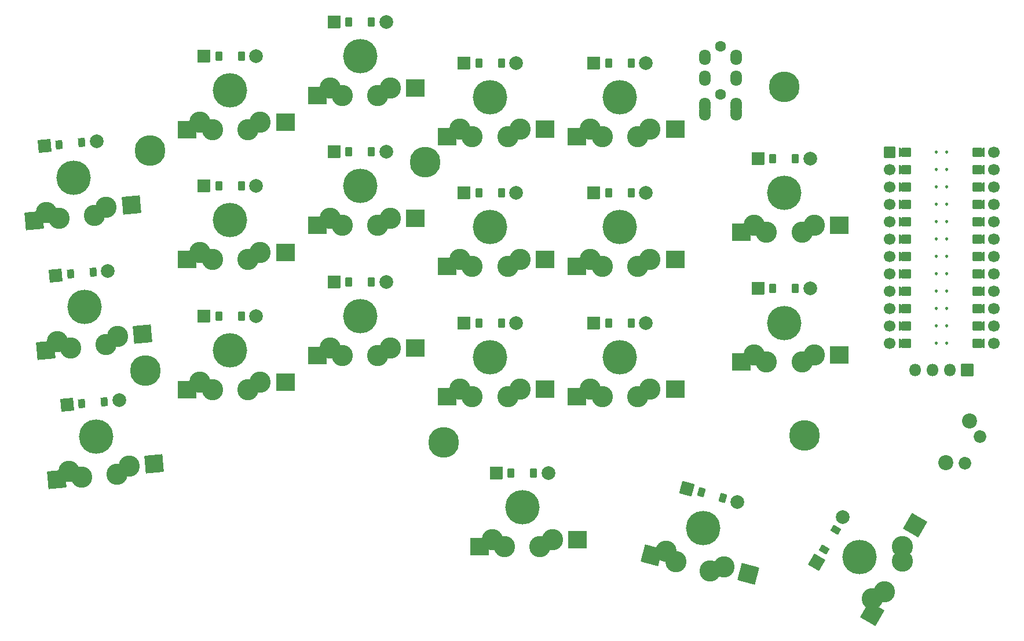
<source format=gbr>
%TF.GenerationSoftware,KiCad,Pcbnew,8.0.0*%
%TF.CreationDate,2024-03-23T03:27:30+01:00*%
%TF.ProjectId,cornish-v1.2,636f726e-6973-4682-9d76-312e322e6b69,v1.0.0*%
%TF.SameCoordinates,Original*%
%TF.FileFunction,Soldermask,Top*%
%TF.FilePolarity,Negative*%
%FSLAX46Y46*%
G04 Gerber Fmt 4.6, Leading zero omitted, Abs format (unit mm)*
G04 Created by KiCad (PCBNEW 8.0.0) date 2024-03-23 03:27:30*
%MOMM*%
%LPD*%
G01*
G04 APERTURE LIST*
G04 Aperture macros list*
%AMRoundRect*
0 Rectangle with rounded corners*
0 $1 Rounding radius*
0 $2 $3 $4 $5 $6 $7 $8 $9 X,Y pos of 4 corners*
0 Add a 4 corners polygon primitive as box body*
4,1,4,$2,$3,$4,$5,$6,$7,$8,$9,$2,$3,0*
0 Add four circle primitives for the rounded corners*
1,1,$1+$1,$2,$3*
1,1,$1+$1,$4,$5*
1,1,$1+$1,$6,$7*
1,1,$1+$1,$8,$9*
0 Add four rect primitives between the rounded corners*
20,1,$1+$1,$2,$3,$4,$5,0*
20,1,$1+$1,$4,$5,$6,$7,0*
20,1,$1+$1,$6,$7,$8,$9,0*
20,1,$1+$1,$8,$9,$2,$3,0*%
%AMFreePoly0*
4,1,14,0.635355,0.435355,0.650000,0.400000,0.650000,0.200000,0.635355,0.164645,0.035355,-0.435355,0.000000,-0.450000,-0.035355,-0.435355,-0.635355,0.164645,-0.650000,0.200000,-0.650000,0.400000,-0.635355,0.435355,-0.600000,0.450000,0.600000,0.450000,0.635355,0.435355,0.635355,0.435355,$1*%
%AMFreePoly1*
4,1,16,0.635355,1.035355,0.650000,1.000000,0.650000,-0.250000,0.635355,-0.285355,0.600000,-0.300000,-0.600000,-0.300000,-0.635355,-0.285355,-0.650000,-0.250000,-0.650000,1.000000,-0.635355,1.035355,-0.600000,1.050000,-0.564645,1.035355,0.000000,0.470710,0.564645,1.035355,0.600000,1.050000,0.635355,1.035355,0.635355,1.035355,$1*%
G04 Aperture macros list end*
%ADD10C,0.250000*%
%ADD11C,0.100000*%
%ADD12RoundRect,0.050000X-0.889000X-0.889000X0.889000X-0.889000X0.889000X0.889000X-0.889000X0.889000X0*%
%ADD13RoundRect,0.050000X-0.450000X-0.600000X0.450000X-0.600000X0.450000X0.600000X-0.450000X0.600000X0*%
%ADD14C,2.005000*%
%ADD15C,3.100000*%
%ADD16C,5.037800*%
%ADD17RoundRect,0.050000X-1.275000X-1.250000X1.275000X-1.250000X1.275000X1.250000X-1.275000X1.250000X0*%
%ADD18RoundRect,0.050000X-1.088798X-0.628618X0.628618X-1.088798X1.088798X0.628618X-0.628618X1.088798X0*%
%ADD19RoundRect,0.050000X-0.589958X-0.463087X0.279375X-0.696024X0.589958X0.463087X-0.279375X0.696024X0*%
%ADD20C,1.600000*%
%ADD21O,1.700000X2.300000*%
%ADD22RoundRect,0.050000X-1.161204X-1.356367X1.379093X-1.134120X1.161204X1.356367X-1.379093X1.134120X0*%
%ADD23RoundRect,0.050000X-1.555079X-0.877413X0.908032X-1.537402X1.555079X0.877413X-0.908032X1.537402X0*%
%ADD24C,1.700000*%
%ADD25FreePoly0,270.000000*%
%ADD26FreePoly0,90.000000*%
%ADD27RoundRect,0.050000X-0.800000X0.800000X-0.800000X-0.800000X0.800000X-0.800000X0.800000X0.800000X0*%
%ADD28FreePoly1,270.000000*%
%ADD29FreePoly1,90.000000*%
%ADD30RoundRect,0.050000X-0.808136X-0.963099X0.963099X-0.808136X0.808136X0.963099X-0.963099X0.808136X0*%
%ADD31RoundRect,0.050000X-0.395994X-0.636937X0.500581X-0.558497X0.395994X0.636937X-0.500581X0.558497X0*%
%ADD32C,0.800000*%
%ADD33C,4.500000*%
%ADD34RoundRect,0.050000X0.325397X-1.214397X1.214397X0.325397X-0.325397X1.214397X-1.214397X-0.325397X0*%
%ADD35RoundRect,0.050000X0.294615X-0.689711X0.744615X0.089711X-0.294615X0.689711X-0.744615X-0.089711X0*%
%ADD36C,2.200000*%
%ADD37C,1.850000*%
%ADD38RoundRect,0.050000X0.445032X-1.729182X1.720032X0.479182X-0.445032X1.729182X-1.720032X-0.479182X0*%
%ADD39RoundRect,0.050000X-0.850000X-0.850000X0.850000X-0.850000X0.850000X0.850000X-0.850000X0.850000X0*%
%ADD40O,1.800000X1.800000*%
G04 APERTURE END LIST*
D10*
%TO.C,_41*%
X267979125Y-121901688D02*
G75*
G02*
X267729125Y-121901688I-125000J0D01*
G01*
X267729125Y-121901688D02*
G75*
G02*
X267979125Y-121901688I125000J0D01*
G01*
X267979127Y-114281688D02*
G75*
G02*
X267729125Y-114281688I-125001J0D01*
G01*
X267729125Y-114281688D02*
G75*
G02*
X267979127Y-114281688I125001J0D01*
G01*
X267979126Y-116821688D02*
G75*
G02*
X267729126Y-116821688I-125000J0D01*
G01*
X267729126Y-116821688D02*
G75*
G02*
X267979126Y-116821688I125000J0D01*
G01*
X267979126Y-119361688D02*
G75*
G02*
X267729126Y-119361688I-125000J0D01*
G01*
X267729126Y-119361688D02*
G75*
G02*
X267979126Y-119361688I125000J0D01*
G01*
X267979126Y-124441688D02*
G75*
G02*
X267729126Y-124441688I-125000J0D01*
G01*
X267729126Y-124441688D02*
G75*
G02*
X267979126Y-124441688I125000J0D01*
G01*
X267979126Y-126981688D02*
G75*
G02*
X267729126Y-126981688I-125000J0D01*
G01*
X267729126Y-126981688D02*
G75*
G02*
X267979126Y-126981688I125000J0D01*
G01*
X267979126Y-129521688D02*
G75*
G02*
X267729126Y-129521688I-125000J0D01*
G01*
X267729126Y-129521688D02*
G75*
G02*
X267979126Y-129521688I125000J0D01*
G01*
X267979126Y-132061688D02*
G75*
G02*
X267729126Y-132061688I-125000J0D01*
G01*
X267729126Y-132061688D02*
G75*
G02*
X267979126Y-132061688I125000J0D01*
G01*
X267979127Y-134601687D02*
G75*
G02*
X267729125Y-134601687I-125001J0D01*
G01*
X267729125Y-134601687D02*
G75*
G02*
X267979127Y-134601687I125001J0D01*
G01*
X267979126Y-137141688D02*
G75*
G02*
X267729126Y-137141688I-125000J0D01*
G01*
X267729126Y-137141688D02*
G75*
G02*
X267979126Y-137141688I125000J0D01*
G01*
X267979126Y-139681688D02*
G75*
G02*
X267729126Y-139681688I-125000J0D01*
G01*
X267729126Y-139681688D02*
G75*
G02*
X267979126Y-139681688I125000J0D01*
G01*
X267979126Y-142221688D02*
G75*
G02*
X267729126Y-142221688I-125000J0D01*
G01*
X267729126Y-142221688D02*
G75*
G02*
X267979126Y-142221688I125000J0D01*
G01*
X269503126Y-114281688D02*
G75*
G02*
X269253126Y-114281688I-125000J0D01*
G01*
X269253126Y-114281688D02*
G75*
G02*
X269503126Y-114281688I125000J0D01*
G01*
X269503126Y-116821688D02*
G75*
G02*
X269253126Y-116821688I-125000J0D01*
G01*
X269253126Y-116821688D02*
G75*
G02*
X269503126Y-116821688I125000J0D01*
G01*
X269503126Y-119361688D02*
G75*
G02*
X269253126Y-119361688I-125000J0D01*
G01*
X269253126Y-119361688D02*
G75*
G02*
X269503126Y-119361688I125000J0D01*
G01*
X269503125Y-121901689D02*
G75*
G02*
X269253127Y-121901689I-124999J0D01*
G01*
X269253127Y-121901689D02*
G75*
G02*
X269503125Y-121901689I124999J0D01*
G01*
X269503126Y-124441688D02*
G75*
G02*
X269253126Y-124441688I-125000J0D01*
G01*
X269253126Y-124441688D02*
G75*
G02*
X269503126Y-124441688I125000J0D01*
G01*
X269503126Y-126981688D02*
G75*
G02*
X269253126Y-126981688I-125000J0D01*
G01*
X269253126Y-126981688D02*
G75*
G02*
X269503126Y-126981688I125000J0D01*
G01*
X269503126Y-129521688D02*
G75*
G02*
X269253126Y-129521688I-125000J0D01*
G01*
X269253126Y-129521688D02*
G75*
G02*
X269503126Y-129521688I125000J0D01*
G01*
X269503126Y-132061688D02*
G75*
G02*
X269253126Y-132061688I-125000J0D01*
G01*
X269253126Y-132061688D02*
G75*
G02*
X269503126Y-132061688I125000J0D01*
G01*
X269503126Y-137141688D02*
G75*
G02*
X269253126Y-137141688I-125000J0D01*
G01*
X269253126Y-137141688D02*
G75*
G02*
X269503126Y-137141688I125000J0D01*
G01*
X269503126Y-139681688D02*
G75*
G02*
X269253126Y-139681688I-125000J0D01*
G01*
X269253126Y-139681688D02*
G75*
G02*
X269503126Y-139681688I125000J0D01*
G01*
X269503126Y-142221688D02*
G75*
G02*
X269253126Y-142221688I-125000J0D01*
G01*
X269253126Y-142221688D02*
G75*
G02*
X269503126Y-142221688I125000J0D01*
G01*
X269503127Y-134601688D02*
G75*
G02*
X269253127Y-134601688I-125000J0D01*
G01*
X269253127Y-134601688D02*
G75*
G02*
X269503127Y-134601688I125000J0D01*
G01*
D11*
X263536126Y-122409688D02*
X262520126Y-122409688D01*
X262520126Y-121393688D01*
X263536125Y-121393688D01*
X263536126Y-122409688D01*
G36*
X263536126Y-122409688D02*
G01*
X262520126Y-122409688D01*
X262520126Y-121393688D01*
X263536125Y-121393688D01*
X263536126Y-122409688D01*
G37*
X263536126Y-114789688D02*
X262520126Y-114789688D01*
X262520126Y-113773688D01*
X263536126Y-113773688D01*
X263536126Y-114789688D01*
G36*
X263536126Y-114789688D02*
G01*
X262520126Y-114789688D01*
X262520126Y-113773688D01*
X263536126Y-113773688D01*
X263536126Y-114789688D01*
G37*
X263536126Y-117329688D02*
X262520125Y-117329688D01*
X262520127Y-116313688D01*
X263536126Y-116313688D01*
X263536126Y-117329688D01*
G36*
X263536126Y-117329688D02*
G01*
X262520125Y-117329688D01*
X262520127Y-116313688D01*
X263536126Y-116313688D01*
X263536126Y-117329688D01*
G37*
X263536126Y-119869688D02*
X262520126Y-119869688D01*
X262520126Y-118853688D01*
X263536126Y-118853688D01*
X263536126Y-119869688D01*
G36*
X263536126Y-119869688D02*
G01*
X262520126Y-119869688D01*
X262520126Y-118853688D01*
X263536126Y-118853688D01*
X263536126Y-119869688D01*
G37*
X263536126Y-124949688D02*
X262520126Y-124949688D01*
X262520126Y-123933688D01*
X263536126Y-123933688D01*
X263536126Y-124949688D01*
G36*
X263536126Y-124949688D02*
G01*
X262520126Y-124949688D01*
X262520126Y-123933688D01*
X263536126Y-123933688D01*
X263536126Y-124949688D01*
G37*
X263536127Y-127489688D02*
X262520126Y-127489688D01*
X262520126Y-126473688D01*
X263536126Y-126473688D01*
X263536127Y-127489688D01*
G36*
X263536127Y-127489688D02*
G01*
X262520126Y-127489688D01*
X262520126Y-126473688D01*
X263536126Y-126473688D01*
X263536127Y-127489688D01*
G37*
X263536126Y-130029688D02*
X262520125Y-130029688D01*
X262520127Y-129013688D01*
X263536126Y-129013688D01*
X263536126Y-130029688D01*
G36*
X263536126Y-130029688D02*
G01*
X262520125Y-130029688D01*
X262520127Y-129013688D01*
X263536126Y-129013688D01*
X263536126Y-130029688D01*
G37*
X263536126Y-132569688D02*
X262520126Y-132569688D01*
X262520126Y-131553688D01*
X263536126Y-131553688D01*
X263536126Y-132569688D01*
G36*
X263536126Y-132569688D02*
G01*
X262520126Y-132569688D01*
X262520126Y-131553688D01*
X263536126Y-131553688D01*
X263536126Y-132569688D01*
G37*
X263536126Y-135109688D02*
X262520126Y-135109688D01*
X262520126Y-134093688D01*
X263536126Y-134093688D01*
X263536126Y-135109688D01*
G36*
X263536126Y-135109688D02*
G01*
X262520126Y-135109688D01*
X262520126Y-134093688D01*
X263536126Y-134093688D01*
X263536126Y-135109688D01*
G37*
X263536126Y-137649688D02*
X262520126Y-137649688D01*
X262520126Y-136633688D01*
X263536126Y-136633688D01*
X263536126Y-137649688D01*
G36*
X263536126Y-137649688D02*
G01*
X262520126Y-137649688D01*
X262520126Y-136633688D01*
X263536126Y-136633688D01*
X263536126Y-137649688D01*
G37*
X263536127Y-140189688D02*
X262520126Y-140189688D01*
X262520126Y-139173688D01*
X263536126Y-139173688D01*
X263536127Y-140189688D01*
G36*
X263536127Y-140189688D02*
G01*
X262520126Y-140189688D01*
X262520126Y-139173688D01*
X263536126Y-139173688D01*
X263536127Y-140189688D01*
G37*
X263536126Y-142729688D02*
X262520126Y-142729688D01*
X262520126Y-141713688D01*
X263536126Y-141713688D01*
X263536126Y-142729688D01*
G36*
X263536126Y-142729688D02*
G01*
X262520126Y-142729688D01*
X262520126Y-141713688D01*
X263536126Y-141713688D01*
X263536126Y-142729688D01*
G37*
X274712126Y-114789688D02*
X273696126Y-114789688D01*
X273696126Y-113773688D01*
X274712126Y-113773688D01*
X274712126Y-114789688D01*
G36*
X274712126Y-114789688D02*
G01*
X273696126Y-114789688D01*
X273696126Y-113773688D01*
X274712126Y-113773688D01*
X274712126Y-114789688D01*
G37*
X274712126Y-117329688D02*
X273696126Y-117329688D01*
X273696125Y-116313688D01*
X274712126Y-116313688D01*
X274712126Y-117329688D01*
G36*
X274712126Y-117329688D02*
G01*
X273696126Y-117329688D01*
X273696125Y-116313688D01*
X274712126Y-116313688D01*
X274712126Y-117329688D01*
G37*
X274712126Y-119869688D02*
X273696126Y-119869688D01*
X273696126Y-118853688D01*
X274712126Y-118853688D01*
X274712126Y-119869688D01*
G36*
X274712126Y-119869688D02*
G01*
X273696126Y-119869688D01*
X273696126Y-118853688D01*
X274712126Y-118853688D01*
X274712126Y-119869688D01*
G37*
X274712126Y-122409688D02*
X273696126Y-122409688D01*
X273696126Y-121393688D01*
X274712126Y-121393688D01*
X274712126Y-122409688D01*
G36*
X274712126Y-122409688D02*
G01*
X273696126Y-122409688D01*
X273696126Y-121393688D01*
X274712126Y-121393688D01*
X274712126Y-122409688D01*
G37*
X274712126Y-124949688D02*
X273696126Y-124949688D01*
X273696126Y-123933688D01*
X274712126Y-123933688D01*
X274712126Y-124949688D01*
G36*
X274712126Y-124949688D02*
G01*
X273696126Y-124949688D01*
X273696126Y-123933688D01*
X274712126Y-123933688D01*
X274712126Y-124949688D01*
G37*
X274712125Y-127489688D02*
X273696126Y-127489688D01*
X273696126Y-126473688D01*
X274712127Y-126473688D01*
X274712125Y-127489688D01*
G36*
X274712125Y-127489688D02*
G01*
X273696126Y-127489688D01*
X273696126Y-126473688D01*
X274712127Y-126473688D01*
X274712125Y-127489688D01*
G37*
X274712126Y-130029688D02*
X273696126Y-130029688D01*
X273696125Y-129013688D01*
X274712126Y-129013688D01*
X274712126Y-130029688D01*
G36*
X274712126Y-130029688D02*
G01*
X273696126Y-130029688D01*
X273696125Y-129013688D01*
X274712126Y-129013688D01*
X274712126Y-130029688D01*
G37*
X274712126Y-132569688D02*
X273696126Y-132569688D01*
X273696126Y-131553688D01*
X274712126Y-131553688D01*
X274712126Y-132569688D01*
G36*
X274712126Y-132569688D02*
G01*
X273696126Y-132569688D01*
X273696126Y-131553688D01*
X274712126Y-131553688D01*
X274712126Y-132569688D01*
G37*
X274712126Y-137649688D02*
X273696126Y-137649688D01*
X273696126Y-136633688D01*
X274712126Y-136633688D01*
X274712126Y-137649688D01*
G36*
X274712126Y-137649688D02*
G01*
X273696126Y-137649688D01*
X273696126Y-136633688D01*
X274712126Y-136633688D01*
X274712126Y-137649688D01*
G37*
X274712125Y-140189688D02*
X273696126Y-140189688D01*
X273696126Y-139173688D01*
X274712127Y-139173688D01*
X274712125Y-140189688D01*
G36*
X274712125Y-140189688D02*
G01*
X273696126Y-140189688D01*
X273696126Y-139173688D01*
X274712127Y-139173688D01*
X274712125Y-140189688D01*
G37*
X274712126Y-142729688D02*
X273696126Y-142729688D01*
X273696126Y-141713688D01*
X274712126Y-141713688D01*
X274712126Y-142729688D01*
G36*
X274712126Y-142729688D02*
G01*
X273696126Y-142729688D01*
X273696126Y-141713688D01*
X274712126Y-141713688D01*
X274712126Y-142729688D01*
G37*
X274712126Y-135109688D02*
X273696127Y-135109688D01*
X273696126Y-134093688D01*
X274712126Y-134093688D01*
X274712126Y-135109688D01*
G36*
X274712126Y-135109688D02*
G01*
X273696127Y-135109688D01*
X273696126Y-134093688D01*
X274712126Y-134093688D01*
X274712126Y-135109688D01*
G37*
%TD*%
D12*
%TO.C,D12*%
X198806126Y-101251688D03*
D13*
X200966126Y-101251688D03*
X204266126Y-101251688D03*
D14*
X206426126Y-101251688D03*
%TD*%
D15*
%TO.C,S5*%
X160216127Y-128951688D03*
X162016127Y-130001688D03*
D16*
X164616127Y-124251688D03*
D15*
X167216127Y-130001688D03*
X169016127Y-128951688D03*
D17*
X172686127Y-128951688D03*
X158346127Y-130001688D03*
%TD*%
D12*
%TO.C,D20*%
X241806127Y-115251688D03*
D13*
X243966127Y-115251688D03*
X247266127Y-115251688D03*
D14*
X249426127Y-115251688D03*
%TD*%
D12*
%TO.C,D13*%
X217806126Y-139251688D03*
D13*
X219966126Y-139251688D03*
X223266126Y-139251688D03*
D14*
X225426126Y-139251688D03*
%TD*%
D15*
%TO.C,S20*%
X241216126Y-124951688D03*
X243016126Y-126001688D03*
D16*
X245616126Y-120251688D03*
D15*
X248216126Y-126001688D03*
X250016126Y-124951688D03*
D17*
X253686126Y-124951688D03*
X239346126Y-126001688D03*
%TD*%
D12*
%TO.C,D9*%
X179806126Y-95251688D03*
D13*
X181966126Y-95251688D03*
X185266126Y-95251688D03*
D14*
X187426126Y-95251688D03*
%TD*%
D12*
%TO.C,D6*%
X160806126Y-100251688D03*
D13*
X162966126Y-100251688D03*
X166266126Y-100251688D03*
D14*
X168426126Y-100251688D03*
%TD*%
D12*
%TO.C,D7*%
X179806126Y-133251688D03*
D13*
X181966126Y-133251688D03*
X185266126Y-133251688D03*
D14*
X187426126Y-133251688D03*
%TD*%
D18*
%TO.C,D17*%
X231398632Y-163472435D03*
D19*
X233485030Y-164031485D03*
X236672588Y-164885589D03*
D14*
X238758986Y-165444639D03*
%TD*%
D20*
%TO.C,TRRS1*%
X236316126Y-98851688D03*
X236316126Y-105851688D03*
D21*
X234016126Y-108551688D03*
X238616126Y-108551688D03*
X234016126Y-107451688D03*
X238616126Y-107451687D03*
X234016126Y-103451688D03*
X238616126Y-103451688D03*
X234016126Y-100451688D03*
X238616126Y-100451688D03*
%TD*%
D12*
%TO.C,D4*%
X160806126Y-138251688D03*
D13*
X162966126Y-138251688D03*
X166266126Y-138251688D03*
D14*
X168426126Y-138251688D03*
%TD*%
D15*
%TO.C,S1*%
X141059049Y-160954016D03*
X142943712Y-161843139D03*
D16*
X145032673Y-155888415D03*
D15*
X148123925Y-161389930D03*
X149825562Y-160187045D03*
D22*
X153481596Y-159867183D03*
X139287677Y-162163001D03*
%TD*%
D12*
%TO.C,D5*%
X160806126Y-119251688D03*
D13*
X162966126Y-119251688D03*
X166266126Y-119251688D03*
D14*
X168426126Y-119251688D03*
%TD*%
D15*
%TO.C,S17*%
X228318191Y-172689213D03*
X229785098Y-174169310D03*
D16*
X233784714Y-169288166D03*
D15*
X234807912Y-175515169D03*
X236818338Y-174966821D03*
D23*
X240363286Y-175916687D03*
X226240150Y-173219444D03*
%TD*%
D12*
%TO.C,D15*%
X217806126Y-101251688D03*
D13*
X219966126Y-101251688D03*
X223266126Y-101251688D03*
D14*
X225426126Y-101251688D03*
%TD*%
D12*
%TO.C,D16*%
X203506126Y-161251688D03*
D13*
X205666126Y-161251688D03*
X208966126Y-161251688D03*
D14*
X211126126Y-161251688D03*
%TD*%
D24*
%TO.C,_41*%
X276236125Y-114281688D03*
D25*
X274458126Y-114281688D03*
D26*
X262774126Y-114281688D03*
D24*
X260996126Y-114281688D03*
D27*
X260996126Y-114281688D03*
D24*
X276236126Y-116821688D03*
D25*
X274458126Y-116821688D03*
D26*
X262774126Y-116821688D03*
D24*
X260996126Y-116821688D03*
X276236126Y-119361688D03*
D25*
X274458126Y-119361688D03*
D26*
X262774126Y-119361688D03*
D24*
X260996126Y-119361688D03*
X260996126Y-121901687D03*
X276236126Y-121901688D03*
D25*
X274458126Y-121901688D03*
D26*
X262774126Y-121901688D03*
D24*
X276236126Y-124441688D03*
D25*
X274458126Y-124441688D03*
D26*
X262774125Y-124441688D03*
D24*
X260996126Y-124441688D03*
X276236126Y-126981688D03*
D25*
X274458126Y-126981688D03*
D26*
X262774126Y-126981688D03*
D24*
X260996126Y-126981688D03*
X276236126Y-129521688D03*
D25*
X274458126Y-129521688D03*
D26*
X262774126Y-129521688D03*
D24*
X260996126Y-129521688D03*
X276236126Y-132061688D03*
D25*
X274458127Y-132061688D03*
D26*
X262774126Y-132061688D03*
D24*
X260996126Y-132061688D03*
D25*
X274458126Y-134601688D03*
D26*
X262774126Y-134601688D03*
D24*
X260996126Y-134601688D03*
X276236126Y-134601689D03*
X276236126Y-137141688D03*
D25*
X274458126Y-137141688D03*
D26*
X262774126Y-137141688D03*
D24*
X260996126Y-137141688D03*
X276236126Y-139681688D03*
D25*
X274458126Y-139681688D03*
D26*
X262774126Y-139681688D03*
D24*
X260996126Y-139681688D03*
X276236126Y-142221688D03*
D25*
X274458126Y-142221688D03*
D26*
X262774126Y-142221688D03*
D24*
X260996127Y-142221688D03*
D28*
X273442126Y-114281688D03*
X273442126Y-116821688D03*
X273442126Y-119361688D03*
X273442126Y-121901688D03*
X273442126Y-124441688D03*
X273442126Y-126981688D03*
X273442126Y-129521688D03*
X273442126Y-132061688D03*
X273442126Y-134601688D03*
X273442126Y-137141688D03*
X273442126Y-139681688D03*
X273442126Y-142221689D03*
D29*
X263790126Y-142221688D03*
X263790126Y-139681688D03*
X263790126Y-137141688D03*
X263790126Y-134601688D03*
X263790126Y-132061688D03*
X263790126Y-129521688D03*
X263790126Y-126981688D03*
X263790126Y-124441688D03*
X263790126Y-121901688D03*
X263790126Y-119361688D03*
X263790126Y-116821688D03*
X263790126Y-114281687D03*
%TD*%
D30*
%TO.C,D1*%
X140801392Y-151239505D03*
D31*
X142953173Y-151051249D03*
X146240615Y-150763635D03*
D14*
X148392396Y-150575379D03*
%TD*%
D12*
%TO.C,D10*%
X198806126Y-139251688D03*
D13*
X200966126Y-139251688D03*
X204266126Y-139251688D03*
D14*
X206426126Y-139251688D03*
%TD*%
D15*
%TO.C,S4*%
X160216127Y-147951688D03*
X162016127Y-149001688D03*
D16*
X164616127Y-143251688D03*
D15*
X167216127Y-149001688D03*
X169016127Y-147951688D03*
D17*
X172686127Y-147951688D03*
X158346127Y-149001688D03*
%TD*%
D15*
%TO.C,S8*%
X179216127Y-123951688D03*
X181016127Y-125001688D03*
D16*
X183616127Y-119251688D03*
D15*
X186216127Y-125001688D03*
X188016127Y-123951688D03*
D17*
X191686127Y-123951688D03*
X177346127Y-125001688D03*
%TD*%
D15*
%TO.C,S12*%
X198216126Y-110951688D03*
X200016126Y-112001688D03*
D16*
X202616126Y-106251688D03*
D15*
X205216126Y-112001688D03*
X207016126Y-110951688D03*
D17*
X210686126Y-110951688D03*
X196346126Y-112001688D03*
%TD*%
D32*
%TO.C,_46*%
X194166126Y-156751688D03*
X194649400Y-155584962D03*
X194649400Y-157918414D03*
X195816126Y-155101688D03*
D33*
X195816126Y-156751688D03*
D32*
X195816126Y-158401688D03*
X196982852Y-155584962D03*
X196982852Y-157918414D03*
X197466126Y-156751688D03*
%TD*%
%TO.C,_44*%
X150574108Y-146369224D03*
X151157229Y-147489390D03*
X150953856Y-145164817D03*
X152074022Y-144581696D03*
D33*
X152217829Y-146225417D03*
D32*
X152361636Y-147869138D03*
X153481802Y-147286017D03*
X153278429Y-144961444D03*
X153861550Y-146081610D03*
%TD*%
D12*
%TO.C,D11*%
X198806126Y-120251688D03*
D13*
X200966126Y-120251688D03*
X204266126Y-120251688D03*
D14*
X206426126Y-120251688D03*
%TD*%
D15*
%TO.C,S15*%
X217216126Y-110951688D03*
X219016126Y-112001688D03*
D16*
X221616126Y-106251688D03*
D15*
X224216126Y-112001688D03*
X226016126Y-110951688D03*
D17*
X229686126Y-110951688D03*
X215346126Y-112001688D03*
%TD*%
D12*
%TO.C,D19*%
X241806127Y-134251688D03*
D13*
X243966127Y-134251688D03*
X247266127Y-134251688D03*
D14*
X249426127Y-134251688D03*
%TD*%
D15*
%TO.C,S13*%
X217216126Y-148951688D03*
X219016126Y-150001688D03*
D16*
X221616126Y-144251688D03*
D15*
X224216126Y-150001688D03*
X226016126Y-148951688D03*
D17*
X229686126Y-148951688D03*
X215346126Y-150001688D03*
%TD*%
D15*
%TO.C,S19*%
X241216126Y-143951688D03*
X243016126Y-145001688D03*
D16*
X245616126Y-139251688D03*
D15*
X248216126Y-145001688D03*
X250016126Y-143951688D03*
D17*
X253686126Y-143951688D03*
X239346126Y-145001688D03*
%TD*%
D34*
%TO.C,D18*%
X250392882Y-174254705D03*
D35*
X251472882Y-172384091D03*
X253122882Y-169526207D03*
D14*
X254202882Y-167655593D03*
%TD*%
D32*
%TO.C,_47*%
X243966126Y-104751688D03*
X244449400Y-103584962D03*
X244449400Y-105918414D03*
X245616126Y-103101688D03*
D33*
X245616126Y-104751688D03*
D32*
X245616126Y-106401688D03*
X246782852Y-103584962D03*
X246782852Y-105918414D03*
X247266126Y-104751688D03*
%TD*%
D15*
%TO.C,S6*%
X160216126Y-109951688D03*
X162016126Y-111001688D03*
D16*
X164616126Y-105251688D03*
D15*
X167216126Y-111001688D03*
X169016126Y-109951688D03*
D17*
X172686126Y-109951688D03*
X158346126Y-111001688D03*
%TD*%
D15*
%TO.C,S7*%
X179216127Y-142951688D03*
X181016127Y-144001688D03*
D16*
X183616127Y-138251688D03*
D15*
X186216127Y-144001688D03*
X188016127Y-142951688D03*
D17*
X191686127Y-142951688D03*
X177346127Y-144001688D03*
%TD*%
D15*
%TO.C,S9*%
X179216127Y-104951688D03*
X181016127Y-106001688D03*
D16*
X183616127Y-100251688D03*
D15*
X186216127Y-106001688D03*
X188016127Y-104951688D03*
D17*
X191686127Y-104951688D03*
X177346127Y-106001688D03*
%TD*%
D30*
%TO.C,D2*%
X139145433Y-132311805D03*
D31*
X141297214Y-132123549D03*
X144584656Y-131835935D03*
D14*
X146736437Y-131647679D03*
%TD*%
D12*
%TO.C,D14*%
X217806126Y-120251688D03*
D13*
X219966126Y-120251688D03*
X223266126Y-120251688D03*
D14*
X225426126Y-120251688D03*
%TD*%
D32*
%TO.C,_48*%
X246966126Y-155751688D03*
X247449400Y-154584962D03*
X247449400Y-156918414D03*
X248616126Y-154101688D03*
D33*
X248616126Y-155751688D03*
D32*
X248616126Y-157401688D03*
X249782852Y-154584962D03*
X249782852Y-156918414D03*
X250266126Y-155751688D03*
%TD*%
D15*
%TO.C,S10*%
X198216126Y-148951688D03*
X200016126Y-150001688D03*
D16*
X202616126Y-144251688D03*
D15*
X205216126Y-150001688D03*
X207016126Y-148951688D03*
D17*
X210686126Y-148951688D03*
X196346126Y-150001688D03*
%TD*%
D15*
%TO.C,S16*%
X202916126Y-170951688D03*
X204716126Y-172001688D03*
D16*
X207316126Y-166251688D03*
D15*
X209916126Y-172001688D03*
X211716126Y-170951688D03*
D17*
X215386126Y-170951688D03*
X201046126Y-172001688D03*
%TD*%
D36*
%TO.C,_42*%
X272725772Y-153593009D03*
X269220772Y-159663846D03*
D37*
X274257174Y-155920539D03*
X272007175Y-159817653D03*
%TD*%
D15*
%TO.C,S3*%
X137747131Y-123098618D03*
X139631794Y-123987741D03*
D16*
X141720755Y-118033017D03*
D15*
X144812007Y-123534532D03*
X146513644Y-122331647D03*
D22*
X150169678Y-122011785D03*
X135975759Y-124307603D03*
%TD*%
D15*
%TO.C,S2*%
X139403090Y-142026318D03*
X141287753Y-142915441D03*
D16*
X143376714Y-136960717D03*
D15*
X146467966Y-142462232D03*
X148169603Y-141259347D03*
D22*
X151825637Y-140939485D03*
X137631718Y-143235303D03*
%TD*%
D12*
%TO.C,D8*%
X179806126Y-114251688D03*
D13*
X181966126Y-114251688D03*
X185266126Y-114251688D03*
D14*
X187426126Y-114251688D03*
%TD*%
D15*
%TO.C,S18*%
X258498328Y-179615660D03*
X260307655Y-178581814D03*
D16*
X256628009Y-173455148D03*
D15*
X262907655Y-174078482D03*
X262898328Y-171994636D03*
D38*
X264733328Y-168816323D03*
X258472655Y-181760128D03*
%TD*%
D30*
%TO.C,D3*%
X137489474Y-113384107D03*
D31*
X139641255Y-113195851D03*
X142928697Y-112908237D03*
D14*
X145080478Y-112719981D03*
%TD*%
D32*
%TO.C,_45*%
X191466127Y-115751688D03*
X191949401Y-114584962D03*
X191949401Y-116918414D03*
X193116127Y-114101688D03*
D33*
X193116127Y-115751688D03*
D32*
X193116127Y-117401688D03*
X194282853Y-114584962D03*
X194282853Y-116918414D03*
X194766127Y-115751688D03*
%TD*%
D15*
%TO.C,S14*%
X217216126Y-129951688D03*
X219016126Y-131001688D03*
D16*
X221616126Y-125251688D03*
D15*
X224216126Y-131001688D03*
X226016126Y-129951688D03*
D17*
X229686126Y-129951688D03*
X215346126Y-131001688D03*
%TD*%
D32*
%TO.C,_43*%
X151271806Y-114185948D03*
X151854927Y-115306114D03*
X151651554Y-112981541D03*
X152771720Y-112398420D03*
D33*
X152915527Y-114042141D03*
D32*
X153059334Y-115685862D03*
X154179500Y-115102741D03*
X153976127Y-112778168D03*
X154559248Y-113898334D03*
%TD*%
D15*
%TO.C,S11*%
X198216126Y-129951688D03*
X200016126Y-131001688D03*
D16*
X202616126Y-125251688D03*
D15*
X205216126Y-131001688D03*
X207016126Y-129951688D03*
D17*
X210686126Y-129951688D03*
X196346126Y-131001688D03*
%TD*%
D39*
%TO.C,OLED1*%
X272416127Y-146151688D03*
D40*
X269876126Y-146151688D03*
X267336126Y-146151688D03*
X264796126Y-146151688D03*
%TD*%
M02*

</source>
